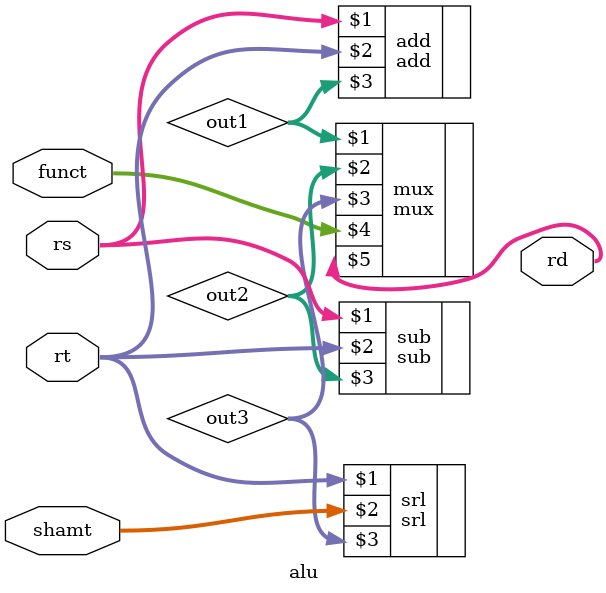
<source format=v>
module alu
(
   	 input  [31:0] rs, rt, 
		 input  [4:0] shamt, 
	    input  [4:0] funct,
   	 output [31:0] rd
);
wire [31:0] out1, out2, out3;

add add(rs, rt, out1);
sub sub(rs, rt, out2);
srl srl(rt, shamt, out3);
mux mux(out1, out2, out3, funct, rd);
	

	
endmodule

</source>
